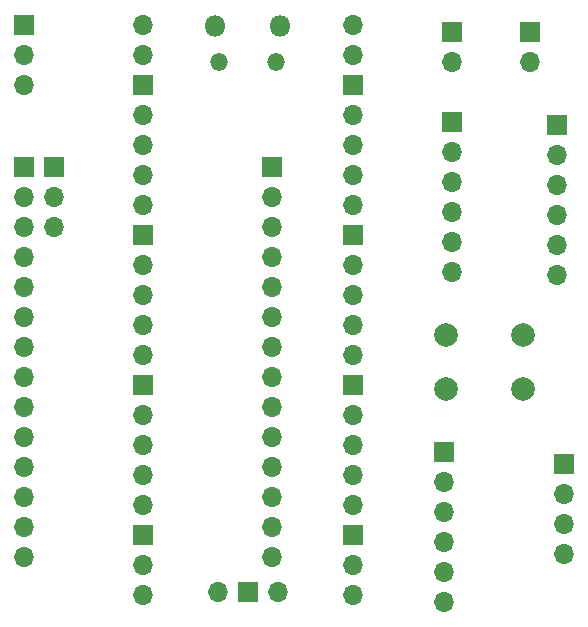
<source format=gbs>
G04 #@! TF.GenerationSoftware,KiCad,Pcbnew,(6.0.0)*
G04 #@! TF.CreationDate,2022-03-22T13:40:09+01:00*
G04 #@! TF.ProjectId,atlas_pipico_v02,61746c61-735f-4706-9970-69636f5f7630,rev?*
G04 #@! TF.SameCoordinates,Original*
G04 #@! TF.FileFunction,Soldermask,Bot*
G04 #@! TF.FilePolarity,Negative*
%FSLAX46Y46*%
G04 Gerber Fmt 4.6, Leading zero omitted, Abs format (unit mm)*
G04 Created by KiCad (PCBNEW (6.0.0)) date 2022-03-22 13:40:09*
%MOMM*%
%LPD*%
G01*
G04 APERTURE LIST*
%ADD10R,1.700000X1.700000*%
%ADD11O,1.700000X1.700000*%
%ADD12O,1.500000X1.500000*%
%ADD13O,1.800000X1.800000*%
%ADD14C,2.000000*%
G04 APERTURE END LIST*
D10*
X179070000Y-87884000D03*
D11*
X179070000Y-90424000D03*
X179070000Y-92964000D03*
X179070000Y-95504000D03*
X179070000Y-98044000D03*
X179070000Y-100584000D03*
D10*
X133985000Y-91440000D03*
D11*
X133985000Y-93980000D03*
X133985000Y-96520000D03*
X133985000Y-99060000D03*
X133985000Y-101600000D03*
X133985000Y-104140000D03*
X133985000Y-106680000D03*
X133985000Y-109220000D03*
X133985000Y-111760000D03*
X133985000Y-114300000D03*
X133985000Y-116840000D03*
X133985000Y-119380000D03*
X133985000Y-121920000D03*
X133985000Y-124460000D03*
D12*
X155333000Y-82535000D03*
D13*
X150183000Y-79505000D03*
D12*
X150483000Y-82535000D03*
D13*
X155633000Y-79505000D03*
D11*
X144018000Y-79375000D03*
X144018000Y-81915000D03*
D10*
X144018000Y-84455000D03*
D11*
X144018000Y-86995000D03*
X144018000Y-89535000D03*
X144018000Y-92075000D03*
X144018000Y-94615000D03*
D10*
X144018000Y-97155000D03*
D11*
X144018000Y-99695000D03*
X144018000Y-102235000D03*
X144018000Y-104775000D03*
X144018000Y-107315000D03*
D10*
X144018000Y-109855000D03*
D11*
X144018000Y-112395000D03*
X144018000Y-114935000D03*
X144018000Y-117475000D03*
X144018000Y-120015000D03*
D10*
X144018000Y-122555000D03*
D11*
X144018000Y-125095000D03*
X144018000Y-127635000D03*
X161798000Y-127635000D03*
X161798000Y-125095000D03*
D10*
X161798000Y-122555000D03*
D11*
X161798000Y-120015000D03*
X161798000Y-117475000D03*
X161798000Y-114935000D03*
X161798000Y-112395000D03*
D10*
X161798000Y-109855000D03*
D11*
X161798000Y-107315000D03*
X161798000Y-104775000D03*
X161798000Y-102235000D03*
X161798000Y-99695000D03*
D10*
X161798000Y-97155000D03*
D11*
X161798000Y-94615000D03*
X161798000Y-92075000D03*
X161798000Y-89535000D03*
X161798000Y-86995000D03*
D10*
X161798000Y-84455000D03*
D11*
X161798000Y-81915000D03*
X161798000Y-79375000D03*
X150368000Y-127405000D03*
D10*
X152908000Y-127405000D03*
D11*
X155448000Y-127405000D03*
D10*
X154940000Y-91440000D03*
D11*
X154940000Y-93980000D03*
X154940000Y-96520000D03*
X154940000Y-99060000D03*
X154940000Y-101600000D03*
X154940000Y-104140000D03*
X154940000Y-106680000D03*
X154940000Y-109220000D03*
X154940000Y-111760000D03*
X154940000Y-114300000D03*
X154940000Y-116840000D03*
X154940000Y-119380000D03*
X154940000Y-121920000D03*
X154940000Y-124460000D03*
D10*
X170180000Y-80010000D03*
D11*
X170180000Y-82550000D03*
D10*
X169545000Y-115570000D03*
D11*
X169545000Y-118110000D03*
X169545000Y-120650000D03*
X169545000Y-123190000D03*
X169545000Y-125730000D03*
X169545000Y-128270000D03*
D10*
X136525000Y-91440000D03*
D11*
X136525000Y-93980000D03*
X136525000Y-96520000D03*
D14*
X176224000Y-105700000D03*
X169724000Y-105700000D03*
X169724000Y-110200000D03*
X176224000Y-110200000D03*
D10*
X176784000Y-80005000D03*
D11*
X176784000Y-82545000D03*
D10*
X179705000Y-116586000D03*
D11*
X179705000Y-119126000D03*
X179705000Y-121666000D03*
X179705000Y-124206000D03*
D10*
X133985000Y-79375000D03*
D11*
X133985000Y-81915000D03*
X133985000Y-84455000D03*
D10*
X170180000Y-87630000D03*
D11*
X170180000Y-90170000D03*
X170180000Y-92710000D03*
X170180000Y-95250000D03*
X170180000Y-97790000D03*
X170180000Y-100330000D03*
M02*

</source>
